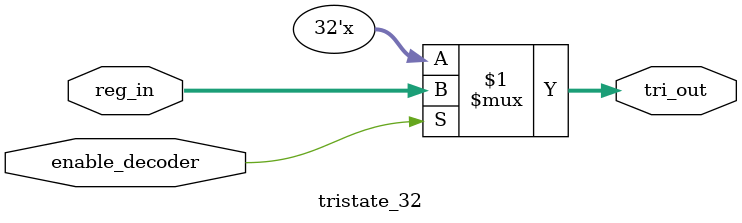
<source format=v>
module tristate_32(reg_in, enable_decoder, tri_out);
	input[31:0] reg_in;
	input enable_decoder;
	output[31:0] tri_out;

    assign tri_out = enable_decoder ? reg_in : 32'bz;

endmodule
	
	
	/*assign tri_out[0] = enable_decoder ? reg_in[0] : 1'bz;
	assign tri_out[1] = enable_decoder ? reg_in[1] : 1'bz;
	assign tri_out[2] = enable_decoder ? reg_in[2] : 1'bz;
	assign tri_out[3] = enable_decoder ? reg_in[3] : 1'bz;
	assign tri_out[4] = enable_decoder ? reg_in[4] : 1'bz;
	assign tri_out[5] = enable_decoder ? reg_in[5] : 1'bz;
	assign tri_out[6] = enable_decoder ? reg_in[6] : 1'bz;
	assign tri_out[7] = enable_decoder ? reg_in[7] : 1'bz;
	assign tri_out[8] = enable_decoder ? reg_in[8] : 1'bz;
	assign tri_out[9] = enable_decoder ? reg_in[9] : 1'bz;
	assign tri_out[10] = enable_decoder ? reg_in[10] : 1'bz;
	assign tri_out[11] = enable_decoder ? reg_in[11] : 1'bz;
	assign tri_out[12] = enable_decoder ? reg_in[12] : 1'bz;
	assign tri_out[13] = enable_decoder ? reg_in[13] : 1'bz;
	assign tri_out[14] = enable_decoder ? reg_in[14] : 1'bz;
	assign tri_out[15] = enable_decoder ? reg_in[15] : 1'bz;
	assign tri_out[16] = enable_decoder ? reg_in[16] : 1'bz;
	assign tri_out[17] = enable_decoder ? reg_in[17] : 1'bz;
	assign tri_out[18] = enable_decoder ? reg_in[18] : 1'bz;
	assign tri_out[19] = enable_decoder ? reg_in[19] : 1'bz;
	assign tri_out[20] = enable_decoder ? reg_in[20] : 1'bz;
	assign tri_out[21] = enable_decoder ? reg_in[21] : 1'bz;
	assign tri_out[22] = enable_decoder ? reg_in[22] : 1'bz;
	assign tri_out[23] = enable_decoder ? reg_in[23] : 1'bz;
	assign tri_out[24] = enable_decoder ? reg_in[24] : 1'bz;
	assign tri_out[25] = enable_decoder ? reg_in[25] : 1'bz;
	assign tri_out[26] = enable_decoder ? reg_in[26] : 1'bz;
	assign tri_out[27] = enable_decoder ? reg_in[27] : 1'bz;
	assign tri_out[28] = enable_decoder ? reg_in[28] : 1'bz;
	assign tri_out[29] = enable_decoder ? reg_in[29] : 1'bz;
	assign tri_out[30] = enable_decoder ? reg_in[30] : 1'bz;
	assign tri_out[31] = enable_decoder ? reg_in[31] : 1'bz;*/




</source>
